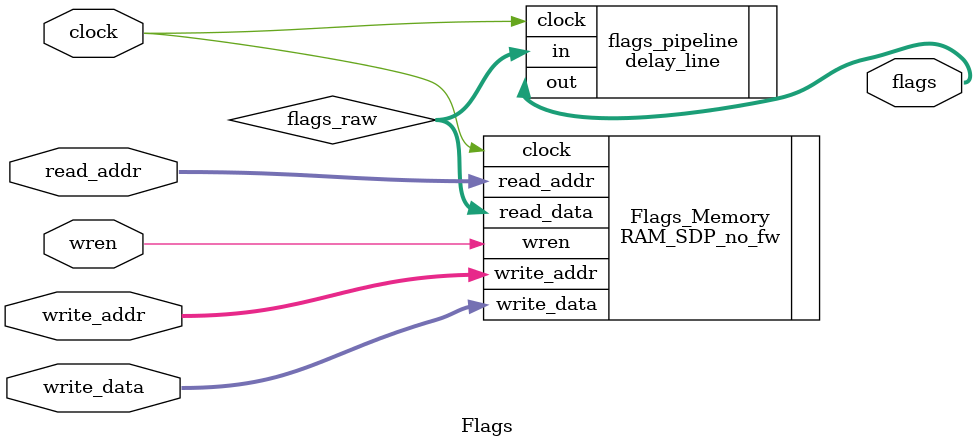
<source format=v>


module Flags
#(
    parameter   WORD_WIDTH              = 0,
    parameter   ADDR_WIDTH              = 0,
    parameter   DEPTH                   = 0,
    parameter   RAMSTYLE                = 0,
    parameter   INIT_FILE               = 0
)
(
    input   wire                        clock,
    input   wire                        wren,
    input   wire    [ADDR_WIDTH-1:0]    write_addr,
    input   wire    [WORD_WIDTH-1:0]    write_data,
    input   wire    [ADDR_WIDTH-1:0]    read_addr,
    output  wire    [WORD_WIDTH-1:0]    flags
);
    wire    [WORD_WIDTH-1:0]    flags_raw;

    RAM_SDP_no_fw
    #(
        .WORD_WIDTH         (WORD_WIDTH),
        .ADDR_WIDTH         (ADDR_WIDTH),
        .DEPTH              (DEPTH),
        .RAMSTYLE           (RAMSTYLE),
        .INIT_FILE          (INIT_FILE)
    )
    Flags_Memory
    (
        .clock              (clock),
        .wren               (wren),
        .write_addr         (write_addr),
        .write_data         (write_data),
        .read_addr          (read_addr),
        .read_data          (flags_raw)
    );

// -----------------------------------------------------------

    delay_line
    #(
        .DEPTH  (2),
        .WIDTH  (WORD_WIDTH)
    )
    flags_pipeline
    (
        .clock  (clock),
        .in     (flags_raw),
        .out    (flags)
    );

endmodule


</source>
